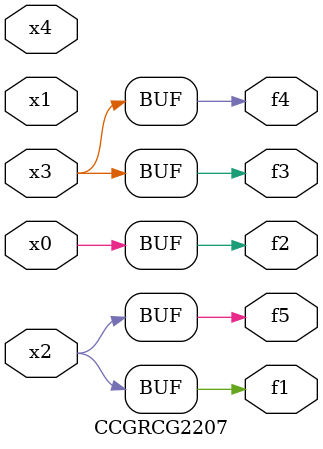
<source format=v>
module CCGRCG2207(
	input x0, x1, x2, x3, x4,
	output f1, f2, f3, f4, f5
);
	assign f1 = x2;
	assign f2 = x0;
	assign f3 = x3;
	assign f4 = x3;
	assign f5 = x2;
endmodule

</source>
